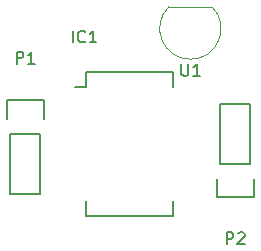
<source format=gto>
G04 #@! TF.GenerationSoftware,KiCad,Pcbnew,no-vcs-found-0e6723b~58~ubuntu16.10.1*
G04 #@! TF.CreationDate,2017-07-28T21:57:49+01:00*
G04 #@! TF.ProjectId,Discovery SLS controller,446973636F7665727920534C5320636F,rev?*
G04 #@! TF.FileFunction,Legend,Top*
G04 #@! TF.FilePolarity,Positive*
%FSLAX46Y46*%
G04 Gerber Fmt 4.6, Leading zero omitted, Abs format (unit mm)*
G04 Created by KiCad (PCBNEW no-vcs-found-0e6723b~58~ubuntu16.10.1) date Fri Jul 28 21:57:49 2017*
%MOMM*%
%LPD*%
G01*
G04 APERTURE LIST*
%ADD10C,0.100000*%
%ADD11C,0.120000*%
%ADD12C,0.150000*%
G04 APERTURE END LIST*
D10*
D11*
X164531522Y-103571522D02*
G75*
G03X166370000Y-108010000I1838478J-1838478D01*
G01*
X168208478Y-103571522D02*
G75*
G02X166370000Y-108010000I-1838478J-1838478D01*
G01*
X168170000Y-103560000D02*
X164570000Y-103560000D01*
D12*
X157526100Y-109058600D02*
X157526100Y-110328600D01*
X164876100Y-109058600D02*
X164876100Y-110328600D01*
X164876100Y-121268600D02*
X164876100Y-119998600D01*
X157526100Y-121268600D02*
X157526100Y-119998600D01*
X157526100Y-109058600D02*
X164876100Y-109058600D01*
X157526100Y-121268600D02*
X164876100Y-121268600D01*
X157526100Y-110328600D02*
X156591100Y-110328600D01*
X151130000Y-114300000D02*
X151130000Y-119380000D01*
X151130000Y-119380000D02*
X153670000Y-119380000D01*
X153670000Y-119380000D02*
X153670000Y-114300000D01*
X153950000Y-111480000D02*
X153950000Y-113030000D01*
X153670000Y-114300000D02*
X151130000Y-114300000D01*
X150850000Y-113030000D02*
X150850000Y-111480000D01*
X150850000Y-111480000D02*
X153950000Y-111480000D01*
X171450000Y-116840000D02*
X171450000Y-111760000D01*
X171450000Y-111760000D02*
X168910000Y-111760000D01*
X168910000Y-111760000D02*
X168910000Y-116840000D01*
X168630000Y-119660000D02*
X168630000Y-118110000D01*
X168910000Y-116840000D02*
X171450000Y-116840000D01*
X171730000Y-118110000D02*
X171730000Y-119660000D01*
X171730000Y-119660000D02*
X168630000Y-119660000D01*
X165608095Y-108418380D02*
X165608095Y-109227904D01*
X165655714Y-109323142D01*
X165703333Y-109370761D01*
X165798571Y-109418380D01*
X165989047Y-109418380D01*
X166084285Y-109370761D01*
X166131904Y-109323142D01*
X166179523Y-109227904D01*
X166179523Y-108418380D01*
X167179523Y-109418380D02*
X166608095Y-109418380D01*
X166893809Y-109418380D02*
X166893809Y-108418380D01*
X166798571Y-108561238D01*
X166703333Y-108656476D01*
X166608095Y-108704095D01*
X156414909Y-106585980D02*
X156414909Y-105585980D01*
X157462528Y-106490742D02*
X157414909Y-106538361D01*
X157272052Y-106585980D01*
X157176814Y-106585980D01*
X157033957Y-106538361D01*
X156938719Y-106443123D01*
X156891100Y-106347885D01*
X156843480Y-106157409D01*
X156843480Y-106014552D01*
X156891100Y-105824076D01*
X156938719Y-105728838D01*
X157033957Y-105633600D01*
X157176814Y-105585980D01*
X157272052Y-105585980D01*
X157414909Y-105633600D01*
X157462528Y-105681219D01*
X158414909Y-106585980D02*
X157843480Y-106585980D01*
X158129195Y-106585980D02*
X158129195Y-105585980D01*
X158033957Y-105728838D01*
X157938719Y-105824076D01*
X157843480Y-105871695D01*
X151661904Y-108382380D02*
X151661904Y-107382380D01*
X152042857Y-107382380D01*
X152138095Y-107430000D01*
X152185714Y-107477619D01*
X152233333Y-107572857D01*
X152233333Y-107715714D01*
X152185714Y-107810952D01*
X152138095Y-107858571D01*
X152042857Y-107906190D01*
X151661904Y-107906190D01*
X153185714Y-108382380D02*
X152614285Y-108382380D01*
X152900000Y-108382380D02*
X152900000Y-107382380D01*
X152804761Y-107525238D01*
X152709523Y-107620476D01*
X152614285Y-107668095D01*
X169441904Y-123662380D02*
X169441904Y-122662380D01*
X169822857Y-122662380D01*
X169918095Y-122710000D01*
X169965714Y-122757619D01*
X170013333Y-122852857D01*
X170013333Y-122995714D01*
X169965714Y-123090952D01*
X169918095Y-123138571D01*
X169822857Y-123186190D01*
X169441904Y-123186190D01*
X170394285Y-122757619D02*
X170441904Y-122710000D01*
X170537142Y-122662380D01*
X170775238Y-122662380D01*
X170870476Y-122710000D01*
X170918095Y-122757619D01*
X170965714Y-122852857D01*
X170965714Y-122948095D01*
X170918095Y-123090952D01*
X170346666Y-123662380D01*
X170965714Y-123662380D01*
M02*

</source>
